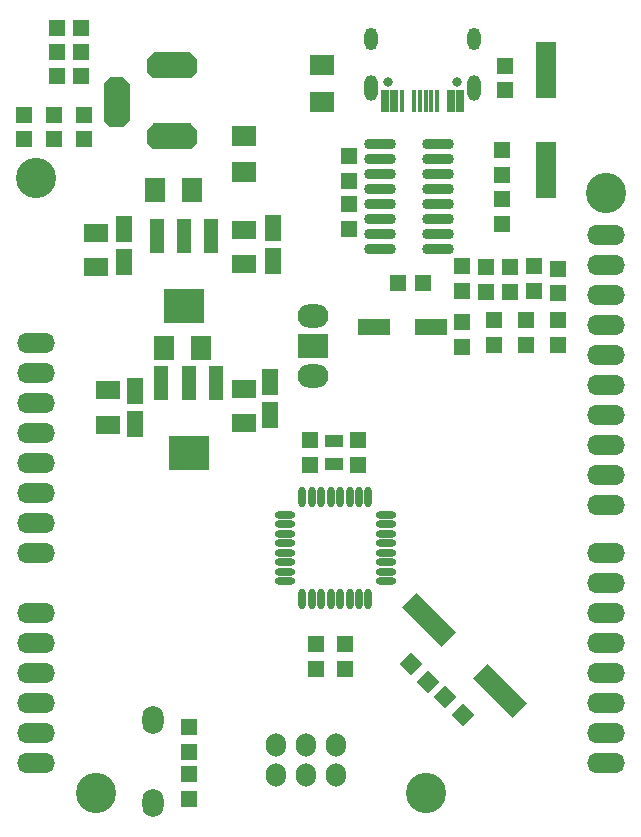
<source format=gbr>
G04*
G04 #@! TF.GenerationSoftware,Altium Limited,Altium Designer,24.2.2 (26)*
G04*
G04 Layer_Color=8388736*
%FSLAX44Y44*%
%MOMM*%
G71*
G04*
G04 #@! TF.SameCoordinates,51CCD97A-84F4-4CAB-A56F-F063453576D0*
G04*
G04*
G04 #@! TF.FilePolarity,Negative*
G04*
G01*
G75*
%ADD39R,1.4032X1.4032*%
%ADD40R,2.1032X1.7032*%
%ADD41R,1.7032X2.1032*%
%ADD42P,1.9844X4X90.0*%
%ADD43R,1.4032X1.4032*%
%ADD44R,2.0032X1.5032*%
%ADD45R,1.4032X2.2032*%
%ADD46R,1.2032X2.9032*%
%ADD47R,3.5032X2.9032*%
%ADD48R,0.7000X1.9000*%
%ADD49R,0.4000X1.9000*%
%ADD50R,2.7032X1.4032*%
%ADD51O,2.7032X0.9032*%
%ADD52O,1.7032X0.7032*%
%ADD53O,0.7032X1.7032*%
%ADD54R,1.7032X4.7032*%
G04:AMPARAMS|DCode=55|XSize=4.7032mm|YSize=1.7032mm|CornerRadius=0mm|HoleSize=0mm|Usage=FLASHONLY|Rotation=135.000|XOffset=0mm|YOffset=0mm|HoleType=Round|Shape=Rectangle|*
%AMROTATEDRECTD55*
4,1,4,2.2650,-1.0607,1.0607,-2.2650,-2.2650,1.0607,-1.0607,2.2650,2.2650,-1.0607,0.0*
%
%ADD55ROTATEDRECTD55*%

%ADD56O,1.8000X2.4000*%
%ADD57R,1.5732X1.0732*%
%ADD58C,3.4036*%
%ADD59O,3.2032X1.7032*%
%ADD60O,2.6032X2.0032*%
%ADD61R,2.6032X2.0032*%
%ADD62O,1.1032X1.9032*%
%ADD63O,1.1032X2.2032*%
%ADD64C,0.8032*%
%ADD65O,1.7000X2.0000*%
G36*
X157623Y653719D02*
X157753Y653693D01*
X157880Y653651D01*
X157999Y653592D01*
X158110Y653518D01*
X158210Y653430D01*
X163210Y648430D01*
X163298Y648330D01*
X163372Y648219D01*
X163431Y648100D01*
X163473Y647974D01*
X163500Y647843D01*
X163508Y647710D01*
Y637710D01*
X163500Y637577D01*
X163473Y637447D01*
X163431Y637320D01*
X163372Y637201D01*
X163298Y637090D01*
X163210Y636990D01*
X158210Y631990D01*
X158110Y631902D01*
X157999Y631828D01*
X157880Y631769D01*
X157753Y631726D01*
X157623Y631701D01*
X157490Y631692D01*
X126990D01*
X126857Y631701D01*
X126727Y631726D01*
X126600Y631769D01*
X126481Y631828D01*
X126370Y631902D01*
X126270Y631990D01*
X121270Y636990D01*
X121182Y637090D01*
X121108Y637201D01*
X121049Y637320D01*
X121006Y637447D01*
X120981Y637577D01*
X120972Y637710D01*
Y647710D01*
X120981Y647843D01*
X121006Y647974D01*
X121049Y648100D01*
X121108Y648219D01*
X121182Y648330D01*
X121270Y648430D01*
X126270Y653430D01*
X126370Y653518D01*
X126481Y653592D01*
X126600Y653651D01*
X126727Y653693D01*
X126857Y653719D01*
X126990Y653728D01*
X157490D01*
X157623Y653719D01*
D02*
G37*
G36*
X100373Y632970D02*
X100504Y632943D01*
X100630Y632901D01*
X100749Y632842D01*
X100860Y632768D01*
X100960Y632680D01*
X105960Y627680D01*
X106048Y627580D01*
X106122Y627469D01*
X106181Y627350D01*
X106223Y627224D01*
X106250Y627093D01*
X106258Y626960D01*
Y596460D01*
X106250Y596327D01*
X106223Y596197D01*
X106181Y596070D01*
X106122Y595951D01*
X106048Y595840D01*
X105960Y595740D01*
X100960Y590740D01*
X100860Y590652D01*
X100749Y590578D01*
X100630Y590519D01*
X100504Y590476D01*
X100373Y590451D01*
X100240Y590442D01*
X90240D01*
X90107Y590451D01*
X89977Y590476D01*
X89850Y590519D01*
X89731Y590578D01*
X89620Y590652D01*
X89520Y590740D01*
X84520Y595740D01*
X84432Y595840D01*
X84358Y595951D01*
X84299Y596070D01*
X84256Y596197D01*
X84230Y596327D01*
X84222Y596460D01*
Y626960D01*
X84230Y627093D01*
X84256Y627224D01*
X84299Y627350D01*
X84358Y627469D01*
X84432Y627580D01*
X84520Y627680D01*
X89520Y632680D01*
X89620Y632768D01*
X89731Y632842D01*
X89850Y632901D01*
X89977Y632943D01*
X90107Y632970D01*
X90240Y632978D01*
X100240D01*
X100373Y632970D01*
D02*
G37*
G36*
X157623Y593719D02*
X157753Y593694D01*
X157880Y593651D01*
X157999Y593592D01*
X158110Y593518D01*
X158210Y593430D01*
X163210Y588430D01*
X163298Y588330D01*
X163372Y588219D01*
X163431Y588100D01*
X163473Y587974D01*
X163500Y587843D01*
X163508Y587710D01*
Y577710D01*
X163500Y577577D01*
X163473Y577447D01*
X163431Y577320D01*
X163372Y577201D01*
X163298Y577090D01*
X163210Y576990D01*
X158210Y571990D01*
X158110Y571902D01*
X157999Y571828D01*
X157880Y571769D01*
X157753Y571726D01*
X157623Y571701D01*
X157490Y571692D01*
X126990D01*
X126857Y571701D01*
X126727Y571726D01*
X126600Y571769D01*
X126481Y571828D01*
X126370Y571902D01*
X126270Y571990D01*
X121270Y576990D01*
X121182Y577090D01*
X121108Y577201D01*
X121049Y577320D01*
X121006Y577447D01*
X120981Y577577D01*
X120972Y577710D01*
Y587710D01*
X120981Y587843D01*
X121006Y587974D01*
X121049Y588100D01*
X121108Y588219D01*
X121182Y588330D01*
X121270Y588430D01*
X126270Y593430D01*
X126370Y593518D01*
X126481Y593592D01*
X126600Y593651D01*
X126727Y593694D01*
X126857Y593719D01*
X126990Y593728D01*
X157490D01*
X157623Y593719D01*
D02*
G37*
D39*
X292100Y544910D02*
D03*
Y565910D02*
D03*
X387350Y452010D02*
D03*
Y473010D02*
D03*
X16510Y580050D02*
D03*
Y601050D02*
D03*
X441537Y427060D02*
D03*
Y406060D02*
D03*
X414443Y427060D02*
D03*
Y406060D02*
D03*
X67310Y580050D02*
D03*
Y601050D02*
D03*
X259080Y304206D02*
D03*
Y325206D02*
D03*
X421640Y570824D02*
D03*
Y549824D02*
D03*
X424180Y621620D02*
D03*
Y642620D02*
D03*
X299720Y304206D02*
D03*
Y325206D02*
D03*
X288290Y152914D02*
D03*
Y131914D02*
D03*
X264160Y152994D02*
D03*
Y131994D02*
D03*
X292100Y525024D02*
D03*
Y504024D02*
D03*
X387350Y425560D02*
D03*
Y404560D02*
D03*
X41910Y601050D02*
D03*
Y580050D02*
D03*
X468630Y406060D02*
D03*
Y427060D02*
D03*
X427990Y450994D02*
D03*
Y471994D02*
D03*
X407670Y450994D02*
D03*
Y471994D02*
D03*
X448310Y452010D02*
D03*
Y473010D02*
D03*
X421640Y508676D02*
D03*
Y529676D02*
D03*
X156210Y82660D02*
D03*
Y61660D02*
D03*
Y42504D02*
D03*
Y21504D02*
D03*
X468630Y449630D02*
D03*
Y470630D02*
D03*
D40*
X203200Y583190D02*
D03*
Y552190D02*
D03*
X269240Y642880D02*
D03*
Y611880D02*
D03*
D41*
X166630Y403860D02*
D03*
X135630D02*
D03*
X159010Y537210D02*
D03*
X128010D02*
D03*
D42*
X344186Y135874D02*
D03*
X359035Y121025D02*
D03*
X388604Y92726D02*
D03*
X373755Y107575D02*
D03*
D43*
X333416Y458470D02*
D03*
X354416D02*
D03*
X65420Y654050D02*
D03*
X44420D02*
D03*
X65420Y633730D02*
D03*
X44420D02*
D03*
X65420Y674370D02*
D03*
X44420D02*
D03*
D44*
X203200Y368830D02*
D03*
Y339830D02*
D03*
X87630Y367560D02*
D03*
Y338560D02*
D03*
X203200Y503450D02*
D03*
Y474450D02*
D03*
X77470Y500910D02*
D03*
Y471910D02*
D03*
D45*
X224790Y374680D02*
D03*
Y346680D02*
D03*
X110490Y339060D02*
D03*
Y367060D02*
D03*
X227330Y505490D02*
D03*
Y477490D02*
D03*
X101600Y476220D02*
D03*
Y504220D02*
D03*
D46*
X175400Y498130D02*
D03*
X152400D02*
D03*
X129400D02*
D03*
X179210Y373670D02*
D03*
X156210D02*
D03*
X133210D02*
D03*
D47*
X152400Y439130D02*
D03*
X156210Y314670D02*
D03*
D48*
X386330Y612836D02*
D03*
X378330D02*
D03*
X330330D02*
D03*
X322330D02*
D03*
D49*
X356830D02*
D03*
X361830D02*
D03*
X366830D02*
D03*
X351830D02*
D03*
X346830D02*
D03*
X336830D02*
D03*
D50*
X361280Y421640D02*
D03*
X313280D02*
D03*
D51*
X367400Y538480D02*
D03*
Y525780D02*
D03*
Y551180D02*
D03*
Y500380D02*
D03*
Y513080D02*
D03*
Y576580D02*
D03*
Y563880D02*
D03*
Y487680D02*
D03*
X318400Y513080D02*
D03*
Y525780D02*
D03*
Y563880D02*
D03*
Y576580D02*
D03*
Y538480D02*
D03*
Y551180D02*
D03*
Y487680D02*
D03*
Y500380D02*
D03*
D52*
X237472Y262130D02*
D03*
Y254130D02*
D03*
Y246130D02*
D03*
Y238130D02*
D03*
Y230130D02*
D03*
Y222130D02*
D03*
Y214130D02*
D03*
Y206130D02*
D03*
X323488Y262130D02*
D03*
Y254130D02*
D03*
Y246130D02*
D03*
Y238130D02*
D03*
Y230130D02*
D03*
Y222130D02*
D03*
Y214130D02*
D03*
Y206130D02*
D03*
D53*
X308480Y277138D02*
D03*
X300480D02*
D03*
X292480D02*
D03*
X284480D02*
D03*
X276480D02*
D03*
X268480D02*
D03*
X260480D02*
D03*
X252480D02*
D03*
Y191122D02*
D03*
X260480D02*
D03*
X268480D02*
D03*
X276480D02*
D03*
X284480D02*
D03*
X292480D02*
D03*
X300480D02*
D03*
X308480D02*
D03*
D54*
X458470Y638810D02*
D03*
Y553810D02*
D03*
D55*
X419942Y113458D02*
D03*
X359838Y173562D02*
D03*
D56*
X125730Y18340D02*
D03*
Y88340D02*
D03*
D57*
X279291Y324684D02*
D03*
Y305284D02*
D03*
D58*
X26670Y547370D02*
D03*
X509270Y534670D02*
D03*
X77470Y26670D02*
D03*
X356870D02*
D03*
D59*
X26670Y407670D02*
D03*
Y382270D02*
D03*
Y356870D02*
D03*
Y331470D02*
D03*
Y306070D02*
D03*
Y280670D02*
D03*
Y255270D02*
D03*
Y229870D02*
D03*
Y179070D02*
D03*
Y153670D02*
D03*
Y128270D02*
D03*
Y102870D02*
D03*
Y77470D02*
D03*
Y52070D02*
D03*
X509270Y270510D02*
D03*
Y295910D02*
D03*
Y321310D02*
D03*
Y346710D02*
D03*
Y372110D02*
D03*
Y397510D02*
D03*
Y422910D02*
D03*
Y448310D02*
D03*
Y473710D02*
D03*
Y499110D02*
D03*
Y52070D02*
D03*
Y77470D02*
D03*
Y102870D02*
D03*
Y128270D02*
D03*
Y153670D02*
D03*
Y179070D02*
D03*
Y204470D02*
D03*
Y229870D02*
D03*
D60*
X261620Y430530D02*
D03*
Y379730D02*
D03*
D61*
Y405130D02*
D03*
D62*
X311080Y665480D02*
D03*
X397580D02*
D03*
D63*
X311080Y623780D02*
D03*
X397580D02*
D03*
D64*
X325430Y628680D02*
D03*
X383230D02*
D03*
D65*
X280670Y67310D02*
D03*
X280670Y41910D02*
D03*
X255270Y67310D02*
D03*
X229870Y41910D02*
D03*
X255270D02*
D03*
X229870Y67310D02*
D03*
M02*

</source>
